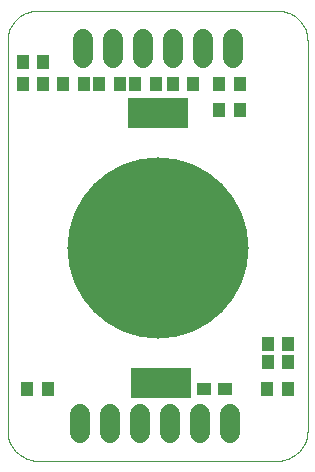
<source format=gbs>
G75*
%MOIN*%
%OFA0B0*%
%FSLAX24Y24*%
%IPPOS*%
%LPD*%
%AMOC8*
5,1,8,0,0,1.08239X$1,22.5*
%
%ADD10C,0.0000*%
%ADD11R,0.0434X0.0473*%
%ADD12C,0.0680*%
%ADD13R,0.2040X0.1040*%
%ADD14C,0.6040*%
%ADD15R,0.0473X0.0434*%
D10*
X000646Y001140D02*
X000646Y014140D01*
X000648Y014200D01*
X000653Y014261D01*
X000662Y014320D01*
X000675Y014379D01*
X000691Y014438D01*
X000711Y014495D01*
X000734Y014550D01*
X000761Y014605D01*
X000790Y014657D01*
X000823Y014708D01*
X000859Y014757D01*
X000897Y014803D01*
X000939Y014847D01*
X000983Y014889D01*
X001029Y014927D01*
X001078Y014963D01*
X001129Y014996D01*
X001181Y015025D01*
X001236Y015052D01*
X001291Y015075D01*
X001348Y015095D01*
X001407Y015111D01*
X001466Y015124D01*
X001525Y015133D01*
X001586Y015138D01*
X001646Y015140D01*
X009646Y015140D01*
X009706Y015138D01*
X009767Y015133D01*
X009826Y015124D01*
X009885Y015111D01*
X009944Y015095D01*
X010001Y015075D01*
X010056Y015052D01*
X010111Y015025D01*
X010163Y014996D01*
X010214Y014963D01*
X010263Y014927D01*
X010309Y014889D01*
X010353Y014847D01*
X010395Y014803D01*
X010433Y014757D01*
X010469Y014708D01*
X010502Y014657D01*
X010531Y014605D01*
X010558Y014550D01*
X010581Y014495D01*
X010601Y014438D01*
X010617Y014379D01*
X010630Y014320D01*
X010639Y014261D01*
X010644Y014200D01*
X010646Y014140D01*
X010646Y001140D01*
X010644Y001080D01*
X010639Y001019D01*
X010630Y000960D01*
X010617Y000901D01*
X010601Y000842D01*
X010581Y000785D01*
X010558Y000730D01*
X010531Y000675D01*
X010502Y000623D01*
X010469Y000572D01*
X010433Y000523D01*
X010395Y000477D01*
X010353Y000433D01*
X010309Y000391D01*
X010263Y000353D01*
X010214Y000317D01*
X010163Y000284D01*
X010111Y000255D01*
X010056Y000228D01*
X010001Y000205D01*
X009944Y000185D01*
X009885Y000169D01*
X009826Y000156D01*
X009767Y000147D01*
X009706Y000142D01*
X009646Y000140D01*
X001646Y000140D01*
X001586Y000142D01*
X001525Y000147D01*
X001466Y000156D01*
X001407Y000169D01*
X001348Y000185D01*
X001291Y000205D01*
X001236Y000228D01*
X001181Y000255D01*
X001129Y000284D01*
X001078Y000317D01*
X001029Y000353D01*
X000983Y000391D01*
X000939Y000433D01*
X000897Y000477D01*
X000859Y000523D01*
X000823Y000572D01*
X000790Y000623D01*
X000761Y000675D01*
X000734Y000730D01*
X000711Y000785D01*
X000691Y000842D01*
X000675Y000901D01*
X000662Y000960D01*
X000653Y001019D01*
X000648Y001080D01*
X000646Y001140D01*
D11*
X001311Y002540D03*
X001980Y002540D03*
X007711Y011840D03*
X007711Y012690D03*
X008380Y012690D03*
X008380Y011840D03*
X006820Y012690D03*
X006151Y012690D03*
X005580Y012690D03*
X004911Y012690D03*
X004380Y012690D03*
X003711Y012690D03*
X003180Y012690D03*
X002511Y012690D03*
X001830Y012690D03*
X001161Y012690D03*
X001161Y013440D03*
X001830Y013440D03*
X009321Y004030D03*
X009321Y003430D03*
X009990Y003430D03*
X009990Y004030D03*
X009980Y002540D03*
X009311Y002540D03*
D12*
X008046Y001710D02*
X008046Y001070D01*
X007046Y001070D02*
X007046Y001710D01*
X006046Y001710D02*
X006046Y001070D01*
X005046Y001070D02*
X005046Y001710D01*
X004046Y001710D02*
X004046Y001070D01*
X003046Y001070D02*
X003046Y001710D01*
X003146Y013570D02*
X003146Y014210D01*
X004146Y014210D02*
X004146Y013570D01*
X005146Y013570D02*
X005146Y014210D01*
X006146Y014210D02*
X006146Y013570D01*
X007146Y013570D02*
X007146Y014210D01*
X008146Y014210D02*
X008146Y013570D01*
D13*
X005646Y011740D03*
X005746Y002740D03*
D14*
X005646Y007240D03*
D15*
X007211Y002540D03*
X007880Y002540D03*
M02*

</source>
